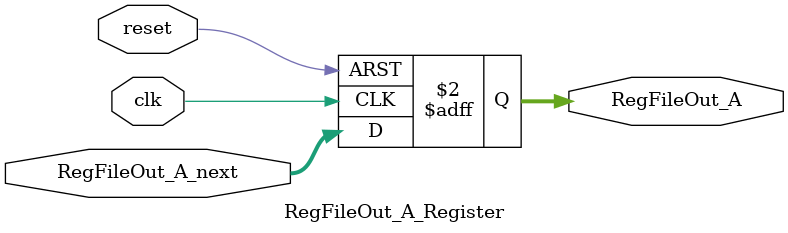
<source format=v>
module RegFileOut_A_Register(
    input clk,
    input reset,
    input [31:0] RegFileOut_A_next,

    output reg [31:0] RegFileOut_A
);

    always @(posedge clk or posedge reset)
        begin
            if (reset)
                RegFileOut_A <= 32'd0;
            else
                RegFileOut_A <= RegFileOut_A_next;
        end
endmodule

</source>
